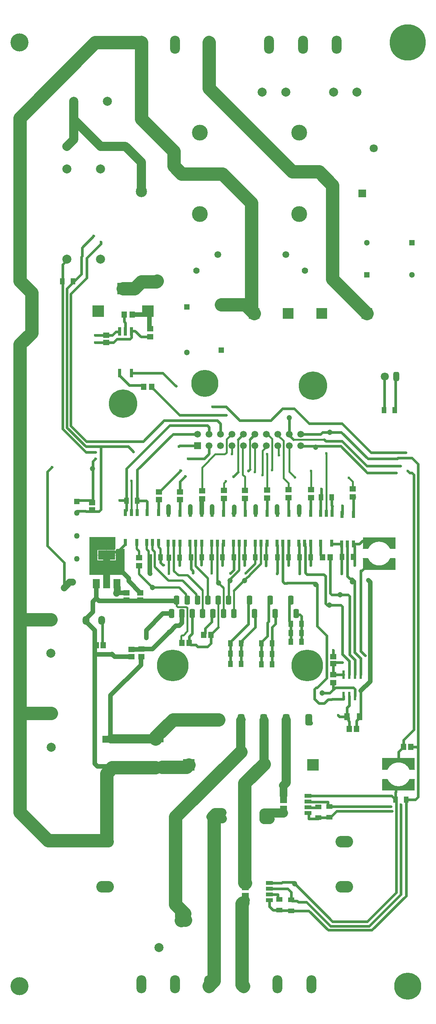
<source format=gtl>
G04*
G04 #@! TF.GenerationSoftware,Altium Limited,Altium Designer,20.0.13 (296)*
G04*
G04 Layer_Physical_Order=1*
G04 Layer_Color=255*
%FSLAX44Y44*%
%MOMM*%
G71*
G01*
G75*
%ADD13C,0.6000*%
%ADD15C,0.1500*%
%ADD17C,0.3000*%
%ADD27R,0.5580X1.9700*%
%ADD54C,1.2700*%
%ADD55R,1.2700X1.2700*%
%ADD66R,1.0000X1.4000*%
%ADD67R,7.0000X0.5000*%
%ADD68R,1.4000X1.0000*%
%ADD69C,1.2000*%
%ADD70R,1.3000X1.4000*%
%ADD71R,1.4000X1.3000*%
%ADD72R,1.3500X1.1500*%
%ADD73R,1.2000X1.6500*%
%ADD74R,3.6500X1.6000*%
%ADD75R,1.1500X1.3500*%
%ADD76R,0.8000X1.5000*%
%ADD77R,0.8000X1.9000*%
%ADD78R,1.6000X0.8500*%
%ADD79R,1.6000X1.2500*%
%ADD80R,1.6000X1.2000*%
%ADD81R,3.8000X2.0000*%
%ADD82R,1.5000X2.0000*%
%ADD83C,0.5000*%
%ADD84C,1.0000*%
%ADD85C,3.0000*%
%ADD86C,2.0000*%
%ADD87C,0.4000*%
%ADD88C,1.5000*%
%ADD89C,1.7000*%
%ADD90R,1.5000X1.5000*%
%ADD91C,1.5000*%
%ADD92C,2.0000*%
%ADD93C,1.8000*%
%ADD94R,1.8000X1.8000*%
%ADD95C,6.3000*%
%ADD96R,2.4000X2.4000*%
%ADD97R,2.5000X2.5000*%
%ADD98C,1.3000*%
%ADD99R,1.3000X1.3000*%
%ADD100O,2.2000X4.0000*%
%ADD101C,7.0000*%
G04:AMPARAMS|DCode=102|XSize=2.5mm|YSize=1.5mm|CornerRadius=0.375mm|HoleSize=0mm|Usage=FLASHONLY|Rotation=270.000|XOffset=0mm|YOffset=0mm|HoleType=Round|Shape=RoundedRectangle|*
%AMROUNDEDRECTD102*
21,1,2.5000,0.7500,0,0,270.0*
21,1,1.7500,1.5000,0,0,270.0*
1,1,0.7500,-0.3750,-0.8750*
1,1,0.7500,-0.3750,0.8750*
1,1,0.7500,0.3750,0.8750*
1,1,0.7500,0.3750,-0.8750*
%
%ADD102ROUNDEDRECTD102*%
G04:AMPARAMS|DCode=103|XSize=2mm|YSize=1.2mm|CornerRadius=0.3mm|HoleSize=0mm|Usage=FLASHONLY|Rotation=270.000|XOffset=0mm|YOffset=0mm|HoleType=Round|Shape=RoundedRectangle|*
%AMROUNDEDRECTD103*
21,1,2.0000,0.6000,0,0,270.0*
21,1,1.4000,1.2000,0,0,270.0*
1,1,0.6000,-0.3000,-0.7000*
1,1,0.6000,-0.3000,0.7000*
1,1,0.6000,0.3000,0.7000*
1,1,0.6000,0.3000,-0.7000*
%
%ADD103ROUNDEDRECTD103*%
%ADD104R,1.3000X1.3000*%
%ADD105C,1.4250*%
%ADD106C,3.5000*%
G04:AMPARAMS|DCode=107|XSize=2mm|YSize=1.3mm|CornerRadius=0.325mm|HoleSize=0mm|Usage=FLASHONLY|Rotation=270.000|XOffset=0mm|YOffset=0mm|HoleType=Round|Shape=RoundedRectangle|*
%AMROUNDEDRECTD107*
21,1,2.0000,0.6500,0,0,270.0*
21,1,1.3500,1.3000,0,0,270.0*
1,1,0.6500,-0.3250,-0.6750*
1,1,0.6500,-0.3250,0.6750*
1,1,0.6500,0.3250,0.6750*
1,1,0.6500,0.3250,-0.6750*
%
%ADD107ROUNDEDRECTD107*%
%ADD108O,3.9000X2.6000*%
%ADD109C,6.0000*%
%ADD110C,8.0000*%
%ADD111C,4.0000*%
%ADD112O,1.5000X2.0000*%
%ADD113C,2.5000*%
%ADD114C,0.6000*%
%ADD115C,1.0000*%
G36*
X763000Y979000D02*
X752000D01*
X751000Y982000D01*
X748000Y985000D01*
X747000Y987000D01*
X744000Y989000D01*
X741000Y991000D01*
X737000Y993000D01*
X734000Y994000D01*
X730000Y995000D01*
X724000D01*
X720000Y994000D01*
X717000Y993000D01*
X713000Y991000D01*
X710000Y989000D01*
X707000Y987000D01*
X706000Y985000D01*
X703000Y982000D01*
X702000Y979000D01*
X691000D01*
Y1004000D01*
X763000D01*
Y979000D01*
D02*
G37*
G36*
Y932000D02*
X691000D01*
Y957000D01*
X702000D01*
X703000Y954000D01*
X706000Y951000D01*
X707000Y949000D01*
X710000Y947000D01*
X713000Y945000D01*
X717000Y943000D01*
X720000Y942000D01*
X724000Y941000D01*
X730000D01*
X734000Y942000D01*
X737000Y943000D01*
X741000Y945000D01*
X744000Y947000D01*
X747000Y949000D01*
X748000Y951000D01*
X751000Y954000D01*
X752000Y957000D01*
X763000D01*
Y932000D01*
D02*
G37*
G36*
X143000Y980103D02*
X143000Y978770D01*
X143000Y978000D01*
X141141Y975770D01*
X140270Y975770D01*
X123635D01*
Y965135D01*
X143270D01*
Y973667D01*
X143270Y975000D01*
X143270Y975770D01*
X145129Y978000D01*
X146000Y978000D01*
X163000D01*
Y949000D01*
Y921000D01*
X85000D01*
Y1005000D01*
X143000D01*
X143000Y980103D01*
D02*
G37*
G36*
X806000Y490000D02*
X795000D01*
X794000Y493000D01*
X791000Y496000D01*
X790000Y498000D01*
X787000Y500000D01*
X784000Y502000D01*
X780000Y504000D01*
X777000Y505000D01*
X773000Y506000D01*
X767000D01*
X763000Y505000D01*
X760000Y504000D01*
X756000Y502000D01*
X753000Y500000D01*
X750000Y498000D01*
X749000Y496000D01*
X746000Y493000D01*
X745000Y490000D01*
X734000D01*
Y515000D01*
X806000D01*
Y490000D01*
D02*
G37*
G36*
Y443000D02*
X734000D01*
Y468000D01*
X745000D01*
X746000Y465000D01*
X749000Y462000D01*
X750000Y460000D01*
X753000Y458000D01*
X756000Y456000D01*
X760000Y454000D01*
X763000Y453000D01*
X767000Y452000D01*
X773000D01*
X777000Y453000D01*
X780000Y454000D01*
X784000Y456000D01*
X787000Y458000D01*
X790000Y460000D01*
X791000Y462000D01*
X794000Y465000D01*
X795000Y468000D01*
X806000D01*
Y443000D01*
D02*
G37*
%LPC*%
G36*
X122365Y975770D02*
X102730D01*
Y965135D01*
X122365D01*
Y975770D01*
D02*
G37*
G36*
X143270Y963865D02*
X123635D01*
Y953230D01*
X143270D01*
Y963865D01*
D02*
G37*
G36*
X122365D02*
X102730D01*
Y953230D01*
X122365D01*
Y963865D01*
D02*
G37*
%LPD*%
D13*
X528500Y903000D02*
G03*
X523201Y902544I0J-31000D01*
G01*
X44000Y1543000D02*
X79500Y1578500D01*
X44000Y1251250D02*
Y1543000D01*
X79500Y1578500D02*
Y1622500D01*
X762000Y1286000D02*
X763500Y1287500D01*
Y1358500D01*
X765000Y1360000D01*
X738000Y1286000D02*
X739000Y1287000D01*
Y1359000D01*
X740000Y1360000D01*
X673350Y652378D02*
Y667485D01*
X669835Y671000D02*
X673350Y667485D01*
X630000Y671000D02*
X669835D01*
X781000Y555000D02*
X804000Y578000D01*
X781000Y539500D02*
Y555000D01*
X804000Y578000D02*
Y1142485D01*
X401000Y1206800D02*
X401300Y1207100D01*
X645000Y1217000D02*
X700000Y1162000D01*
X774000D01*
X618000Y1237000D02*
X643000D01*
X601818D02*
X618000D01*
X787000Y210000D02*
Y423000D01*
X466000Y722500D02*
Y745500D01*
Y769500D02*
X466000Y769500D01*
X466000Y745500D02*
Y769500D01*
X572000Y1256000D02*
X645000D01*
X709000Y1192000D02*
X786000D01*
X645000Y1256000D02*
X709000Y1192000D01*
X487000Y1263000D02*
X513000Y1289000D01*
X539000D02*
X572000Y1256000D01*
X513000Y1289000D02*
X539000D01*
X388000Y1293000D02*
X418000Y1263000D01*
X358000Y1293000D02*
X388000D01*
X418000Y1263000D02*
X487000D01*
X790000Y1151000D02*
X794257Y1146743D01*
X799743D01*
X804000Y1142485D01*
X770000Y510500D02*
Y528500D01*
X781000Y539500D01*
X354000Y769000D02*
Y788000D01*
X347000Y762000D02*
X354000Y769000D01*
X325000Y762000D02*
X347000D01*
X306000Y769500D02*
Y770000D01*
Y769500D02*
X309500Y766000D01*
X321000D01*
X325000Y762000D01*
X775000Y213000D02*
Y412000D01*
X705000Y143000D02*
X775000Y213000D01*
X763000Y425000D02*
Y439000D01*
Y423000D02*
Y425000D01*
X761000Y427000D02*
X763000Y425000D01*
X759000Y427000D02*
X761000D01*
X754522Y431478D02*
X759000Y427000D01*
X569000Y431478D02*
X754522D01*
X743500Y447500D02*
X764485D01*
X743000Y447000D02*
X743500Y447500D01*
X633000Y398000D02*
X756000D01*
X619000Y384000D02*
X633000Y398000D01*
X765000Y217000D02*
Y421000D01*
X701000Y153000D02*
X765000Y217000D01*
X763000Y423000D02*
X765000Y421000D01*
X617000Y384000D02*
X619000D01*
X130000Y971500D02*
X147500D01*
X123000Y964500D02*
X130000Y971500D01*
X165000Y989000D02*
Y992500D01*
X147500Y971500D02*
X165000Y989000D01*
X622000Y1074500D02*
Y1093000D01*
Y1074500D02*
X623250Y1073250D01*
X597500Y1092500D02*
X598000Y1093000D01*
X597500Y1058000D02*
Y1092500D01*
X597000Y1057500D02*
X597500Y1058000D01*
X598000Y1093000D02*
X599000Y1094000D01*
Y1111000D01*
X166000Y1086000D02*
X167000Y1085000D01*
X152000Y1086000D02*
X166000D01*
X114222Y766778D02*
X116000Y765000D01*
X114222Y766778D02*
Y818278D01*
X112500Y820000D02*
X114222Y818278D01*
X306000Y770000D02*
Y784000D01*
X313000Y791000D02*
Y835000D01*
X306000Y784000D02*
X313000Y791000D01*
X354000Y788000D02*
Y788500D01*
X370500Y805000D01*
X356000Y832000D02*
X359000Y835000D01*
X356000Y817000D02*
Y832000D01*
X338000Y788000D02*
X341500Y791500D01*
Y802500D01*
X356000Y817000D01*
X528150Y1230215D02*
Y1268850D01*
X528000Y1269000D02*
X528150Y1268850D01*
X284750Y1275000D02*
X388000D01*
X414489Y1220289D02*
X426700Y1232500D01*
X404000Y1138000D02*
X414489Y1148489D01*
X286000Y1104750D02*
Y1127000D01*
X298000Y1139000D01*
X240000Y1104750D02*
X287125Y1151875D01*
X437000Y1151000D02*
X440330Y1154330D01*
Y1220730D02*
X452100Y1232500D01*
X239000Y1104750D02*
X240000D01*
X566000Y196000D02*
X619000Y143000D01*
X548000Y196000D02*
X566000D01*
X619000Y143000D02*
X705000D01*
X532000Y177000D02*
X571000D01*
X614000Y134000D02*
X711000D01*
X571000Y177000D02*
X614000Y134000D01*
X537000Y240000D02*
X624000Y153000D01*
X701000D01*
X512593Y240000D02*
X537000D01*
X711000Y134000D02*
X787000Y210000D01*
X553700Y1207100D02*
X554800Y1206000D01*
X642000D01*
X701000Y1147000D02*
X765000D01*
X642000Y1206000D02*
X701000Y1147000D01*
X617000Y408000D02*
X753000D01*
X615485D02*
X617000D01*
X613485Y410000D02*
X615485Y408000D01*
X613485Y410000D02*
Y418000D01*
X571515Y381000D02*
X592000D01*
Y383000D02*
X592500Y383500D01*
X616500D01*
X617000Y384000D01*
X506000Y178000D02*
X506500Y177500D01*
X531500D01*
X532000Y177000D01*
X492000Y178000D02*
X506000D01*
X484000Y186000D02*
X492000Y178000D01*
X484000Y186000D02*
Y199950D01*
Y212650D02*
X502485D01*
X504485Y202000D02*
X506000D01*
X502485Y204000D02*
X504485Y202000D01*
X502485Y204000D02*
Y212650D01*
X605270Y1220730D02*
X609000Y1217000D01*
X645000D01*
X528150Y1230215D02*
X537635Y1220730D01*
X532000Y201000D02*
X534000Y199000D01*
X545000D01*
X548000Y196000D01*
X532000Y201000D02*
Y218000D01*
X524650Y225350D02*
X532000Y218000D01*
X484000Y225350D02*
X524650D01*
X484000Y238050D02*
X510643D01*
X512593Y240000D01*
X553700Y1232500D02*
X597318D01*
X601818Y1237000D01*
X701993Y1178007D02*
X736243D01*
X643000Y1237000D02*
X701993Y1178007D01*
X799485Y1179515D02*
X813000Y1166000D01*
X736243Y1178007D02*
X767110D01*
X768618Y1179515D01*
X799485D01*
X813000Y536485D02*
Y1166000D01*
Y429000D02*
Y536485D01*
X797000Y540000D02*
X809485D01*
X813000Y536485D01*
X807000Y423000D02*
X813000Y429000D01*
X787000Y423000D02*
X807000D01*
X763000Y439000D02*
X763985Y439985D01*
Y447000D01*
X764485Y447500D01*
X770000D01*
X639000Y607000D02*
X656000D01*
X636000Y610000D02*
X639000Y607000D01*
X660650Y631650D02*
Y652378D01*
X656000Y627000D02*
X660650Y631650D01*
X656000Y607000D02*
Y627000D01*
X685840Y652168D02*
X686050Y652378D01*
X685840Y608840D02*
Y652168D01*
X684000Y607000D02*
X685840Y608840D01*
X569000Y418778D02*
X569777Y418000D01*
X613485D01*
X569000Y393377D02*
X570265D01*
X571515Y392127D01*
Y381000D02*
Y392127D01*
X569000Y406077D02*
X569539Y405539D01*
X591461D01*
X592000Y405000D01*
X222750Y1336000D02*
Y1337000D01*
Y1336000D02*
X225500Y1333250D01*
X226500D01*
X284750Y1275000D01*
X205250Y1337000D02*
Y1338000D01*
X202500Y1340750D02*
X205250Y1338000D01*
X201500Y1340750D02*
X202500D01*
X201250Y1341000D02*
X201500Y1340750D01*
X173500Y1341000D02*
X201250D01*
X152000Y1362500D02*
Y1368000D01*
Y1362500D02*
X173500Y1341000D01*
X275000Y1341000D02*
Y1341000D01*
Y1341000D02*
X277000Y1339000D01*
X248000Y1368000D02*
X275000Y1341000D01*
X178000Y1368000D02*
X248000D01*
X25750Y1244500D02*
Y1608735D01*
Y1244500D02*
X77750Y1192500D01*
X35000Y1617985D02*
Y1620000D01*
X25750Y1608735D02*
X35000Y1617985D01*
X162000Y1496750D02*
X162250Y1497000D01*
X162000Y1481750D02*
Y1496750D01*
X165000Y1460000D02*
Y1478750D01*
X162000Y1481750D02*
X165000Y1478750D01*
X178000Y1460000D02*
X179000Y1461000D01*
X186250D01*
X199000Y1448250D01*
X220000D01*
X44000Y1251250D02*
X78750Y1216500D01*
X35500Y1246750D02*
Y1555250D01*
Y1246750D02*
X77250Y1205000D01*
X35500Y1555250D02*
X67500Y1587250D01*
X97750Y1451750D02*
X122250D01*
X122250Y1451750D01*
X98000Y1435500D02*
X122000D01*
X122250Y1435750D01*
X110750Y1065500D02*
Y1205000D01*
X67500Y1625281D02*
X68805Y1626586D01*
X67500Y1587250D02*
Y1625281D01*
X79500Y1622500D02*
X110750Y1653750D01*
X93000Y1087000D02*
Y1172250D01*
X57500Y1085852D02*
X91852D01*
X77300Y1061000D02*
X106250D01*
X57500Y1061850D02*
X76450D01*
X77750Y1192500D02*
X98250D01*
X-8250Y1149500D02*
X1750Y1159500D01*
X68805Y1626586D02*
Y1645805D01*
X94500Y1671500D01*
X78750Y1216500D02*
X204500D01*
X77250Y1205000D02*
X110750D01*
X29000Y892000D02*
Y948187D01*
X-8250Y985437D02*
X29000Y948187D01*
X-8250Y985437D02*
Y1149500D01*
X122250Y1435750D02*
X138250D01*
X178000Y1446765D02*
Y1460000D01*
X174485Y1443250D02*
X178000Y1446765D01*
X145750Y1443250D02*
X174485D01*
X138250Y1435750D02*
X145750Y1443250D01*
X151500Y1459500D02*
X152000Y1460000D01*
X143500Y1459500D02*
X151500D01*
X122250Y1451750D02*
X135750D01*
X143500Y1459500D01*
X670000Y1055000D02*
Y1090500D01*
X672750Y1093250D01*
X673000D01*
X575000Y1057500D02*
X575500Y1058000D01*
Y1091750D01*
X576000Y1092250D01*
X526358Y1057858D02*
X526717Y1057500D01*
X526358Y1057858D02*
Y1091892D01*
X526000Y1092250D02*
X526358Y1091892D01*
X478444Y1057500D02*
X478722Y1057778D01*
Y1090972D01*
X479000Y1091250D01*
X430085Y1057586D02*
X430171Y1057500D01*
X430085Y1057586D02*
Y1090164D01*
X430000Y1090250D02*
X430085Y1090164D01*
X381898Y1057500D02*
X382449Y1058051D01*
Y1089699D01*
X383000Y1090250D01*
X212750Y1083750D02*
X213000Y1083500D01*
X211500Y1085000D02*
X212750Y1083750D01*
X213000Y1058500D02*
Y1083500D01*
X623000Y1057500D02*
Y1073000D01*
X623250Y1073250D01*
X645000Y1055000D02*
X645250Y1055250D01*
Y1074250D01*
X191000Y1085000D02*
X211500D01*
X285353Y1057500D02*
X285676Y1057824D01*
Y1086926D01*
X286000Y1087250D01*
X238000Y1058500D02*
X238500Y1059000D01*
Y1086750D01*
X239000Y1087250D01*
X110750Y1205000D02*
X171250D01*
X76450Y1061850D02*
X77300Y1061000D01*
X106250D02*
X110750Y1065500D01*
X91852Y1085852D02*
X93000Y1087000D01*
Y1172250D02*
X99000Y1178250D01*
X303750Y1178500D02*
X340000D01*
X167000Y1156000D02*
X262500Y1251500D01*
X167000Y1085000D02*
Y1156000D01*
X191000Y1085000D02*
Y1153250D01*
X270250Y1232500D01*
X167000Y1064000D02*
Y1085000D01*
X350500Y1189000D02*
Y1207100D01*
X340000Y1178500D02*
X350500Y1189000D01*
X110750Y1653750D02*
Y1658250D01*
X171250Y1205000D02*
X182500Y1193750D01*
X250500Y1262500D02*
X369000D01*
X204500Y1216500D02*
X250500Y1262500D01*
X375900Y1232500D02*
Y1255600D01*
X369000Y1262500D02*
X375900Y1255600D01*
X262500Y1251500D02*
X346985D01*
X350500Y1232500D02*
Y1247985D01*
X346985Y1251500D02*
X350500Y1247985D01*
X285100Y1207100D02*
X325100D01*
X283250Y1205250D02*
X285100Y1207100D01*
X270250Y1232500D02*
X325100D01*
X165000Y1062000D02*
X167000Y1064000D01*
X165000Y1058500D02*
Y1062000D01*
X526000Y960000D02*
X526250Y959750D01*
Y942000D02*
Y959750D01*
X476250D02*
X476500Y960000D01*
X476250Y941250D02*
Y959750D01*
X429000Y960000D02*
X429250Y959750D01*
Y942000D02*
Y959750D01*
X379500Y959500D02*
X380000Y960000D01*
X379500Y942000D02*
Y959500D01*
X333500Y959874D02*
X333813Y960187D01*
X333500Y942750D02*
Y959874D01*
X285000Y942000D02*
Y959000D01*
X247783Y943000D02*
X249250D01*
X242500Y960000D02*
X243006Y959494D01*
Y947778D02*
Y959494D01*
Y947778D02*
X247783Y943000D01*
X575000Y941750D02*
Y960000D01*
Y941750D02*
X575000Y941750D01*
X551000Y923750D02*
Y960000D01*
X550500Y923250D02*
X551000Y923750D01*
X502000Y924750D02*
Y960000D01*
X500750Y923500D02*
X502000Y924750D01*
X405000Y932000D02*
Y960000D01*
X397500Y924500D02*
X405000Y932000D01*
X310000Y934250D02*
Y960000D01*
X314750Y924750D02*
Y929500D01*
X310000Y934250D02*
X314750Y929500D01*
X644000Y923500D02*
Y989000D01*
X622000Y990000D02*
Y991500D01*
Y990000D02*
X623000Y989000D01*
X644000D01*
X597000Y965250D02*
Y991500D01*
Y965250D02*
X601250Y961000D01*
Y960000D02*
Y961000D01*
X575000Y960000D02*
Y991500D01*
Y960000D02*
X575000Y960000D01*
X550000Y961000D02*
Y990500D01*
X549000Y991500D02*
X550000Y990500D01*
Y961000D02*
X551000Y960000D01*
X562000Y991500D02*
X563000Y990500D01*
Y984235D02*
Y990500D01*
Y984235D02*
X563750Y983485D01*
Y925515D02*
Y983485D01*
Y925515D02*
X567265Y922000D01*
X604485D01*
X617000Y854000D02*
X642485D01*
X611515D02*
X617000D01*
X622265Y877000D02*
X658485D01*
X618750Y880515D02*
Y960000D01*
Y880515D02*
X622265Y877000D01*
X658485D02*
X662000Y873485D01*
Y744000D02*
Y873485D01*
X608000Y857515D02*
Y918485D01*
X646000Y745000D02*
Y850485D01*
X608000Y857515D02*
X611515Y854000D01*
X642485D02*
X646000Y850485D01*
X590000Y807000D02*
Y899485D01*
X534500Y903000D02*
X586485D01*
X590000Y899485D01*
X513717Y906059D02*
Y991500D01*
X517231Y902544D02*
X523201D01*
X513717Y906059D02*
X517231Y902544D01*
X590000Y807000D02*
X611000Y786000D01*
X528500Y903000D02*
X534500D01*
X604485Y922000D02*
X608000Y918485D01*
X646000Y745000D02*
X660650Y730350D01*
Y699622D02*
Y730350D01*
X662000Y744000D02*
X673350Y732650D01*
Y699622D02*
Y732650D01*
X662515Y912000D02*
X668000D01*
X657000Y917515D02*
Y989000D01*
Y917515D02*
X662515Y912000D01*
X668000D02*
X673000Y907000D01*
Y749000D02*
Y907000D01*
X686050Y699622D02*
Y735950D01*
X673000Y749000D02*
X686050Y735950D01*
X625000Y724000D02*
X628000Y727000D01*
X646000D01*
X686515Y930000D02*
X689000D01*
X686515Y751485D02*
X696000Y742000D01*
X686515Y751485D02*
Y930000D01*
X695500Y936500D02*
X727000D01*
X689000Y930000D02*
X695500Y936500D01*
X669000Y988000D02*
X673000Y984000D01*
Y942000D02*
Y984000D01*
X710500Y999500D02*
X727000D01*
X707000Y996000D02*
X710500Y999500D01*
X670000Y989000D02*
X683250D01*
X690250Y996000D01*
X707000D01*
X526000Y960000D02*
Y990783D01*
X502000Y960000D02*
Y986717D01*
X500717Y988000D02*
X502000Y986717D01*
X500717Y988000D02*
Y991500D01*
X590000Y671000D02*
X611000Y692000D01*
Y786000D01*
X584000Y646000D02*
Y667485D01*
X587515Y671000D01*
X590000D01*
X594000Y636000D02*
X605000D01*
X584000Y646000D02*
X594000Y636000D01*
X605000D02*
X614000Y645000D01*
X622000D01*
X647950Y645738D02*
Y652378D01*
X647740Y645528D02*
X647950Y645738D01*
X622528Y645528D02*
X647740D01*
X622000Y645000D02*
X622528Y645528D01*
X677000Y580000D02*
Y597750D01*
X684000Y604750D01*
Y607000D01*
X656000D02*
X659000Y604000D01*
Y598000D02*
Y604000D01*
Y598000D02*
X661000Y596000D01*
Y580000D02*
Y596000D01*
X625000Y740000D02*
Y754000D01*
Y699750D02*
Y724000D01*
X601000Y659000D02*
X618000D01*
X625498Y666498D01*
X630000Y671000D01*
X625498Y666498D02*
Y681752D01*
X686050Y652378D02*
Y664050D01*
X625000Y699750D02*
X647740D01*
Y700000D01*
X625000Y682250D02*
X625498Y681752D01*
X647950Y699622D02*
Y699790D01*
X647740Y700000D02*
X647950Y699790D01*
X669000Y988000D02*
X670000Y989000D01*
X437000Y812000D02*
Y862500D01*
X399500Y774500D02*
X437000Y812000D01*
Y862500D02*
X439500Y865000D01*
X399500Y771500D02*
Y774500D01*
X397500Y769500D02*
X399500Y771500D01*
X397500Y746500D02*
Y769500D01*
X421500Y746500D02*
Y769500D01*
X423500Y771500D02*
Y776000D01*
X421500Y723500D02*
Y746500D01*
X452500Y805000D02*
Y833500D01*
X423500Y776000D02*
X452500Y805000D01*
X421500Y769500D02*
X423500Y771500D01*
X482500Y817500D02*
Y862000D01*
X480000Y815000D02*
X482500Y817500D01*
Y862000D02*
X485500Y865000D01*
X466000Y771500D02*
X480000Y785500D01*
Y815000D01*
X397500Y723500D02*
Y746500D01*
X451000Y835000D02*
X452500Y833500D01*
X466000Y769500D02*
Y771500D01*
X497000Y835000D02*
X497500Y834500D01*
Y812500D02*
Y834500D01*
X490000Y769500D02*
Y805000D01*
X497500Y812500D01*
X490000Y745500D02*
Y769500D01*
Y722500D02*
Y745500D01*
Y769500D02*
X490000Y769500D01*
X527500Y818000D02*
X531000Y814500D01*
Y792500D02*
Y814500D01*
X527500Y818000D02*
Y857000D01*
X531500Y861000D01*
Y865000D01*
X531000Y772500D02*
Y792500D01*
X555000Y812500D02*
Y828985D01*
X543000Y835000D02*
X545500Y832500D01*
X551485D01*
X555000Y828985D01*
Y792500D02*
Y812500D01*
Y772500D02*
Y792500D01*
D15*
X770000Y451687D02*
G03*
X795000Y468000I0J27313D01*
G01*
X745000D02*
G03*
X770000Y451687I25000J11000D01*
G01*
X795000Y490000D02*
G03*
X770000Y506313I-25000J-11000D01*
G01*
D02*
G03*
X745000Y490000I0J-27313D01*
G01*
X727000Y995313D02*
G03*
X702000Y979000I0J-27313D01*
G01*
X752000D02*
G03*
X727000Y995313I-25000J-11000D01*
G01*
X702000Y957000D02*
G03*
X727000Y940687I25000J11000D01*
G01*
D02*
G03*
X752000Y957000I0J27313D01*
G01*
X734500Y468000D02*
X745000D01*
X795000D02*
X805500D01*
X734500Y490000D02*
X745000D01*
X795000D02*
X805500D01*
X752000Y957000D02*
X762500D01*
X691500D02*
X702000D01*
X691500Y979000D02*
X702000D01*
X752000D02*
X762500D01*
D17*
X191000Y1058500D02*
Y1085000D01*
X191000Y1085000D02*
X191000Y1085000D01*
D27*
X647950Y652378D02*
D03*
X660650D02*
D03*
X673350D02*
D03*
X686050D02*
D03*
Y699622D02*
D03*
X673350D02*
D03*
X660650D02*
D03*
X647950D02*
D03*
D54*
X57500Y956150D02*
D03*
Y1006950D02*
D03*
Y1057750D02*
D03*
D55*
Y1083150D02*
D03*
D66*
X738000Y1286000D02*
D03*
X762000D02*
D03*
X25000Y1571000D02*
D03*
X49000D02*
D03*
X622000Y1093000D02*
D03*
X598000D02*
D03*
X787000Y423000D02*
D03*
X763000D02*
D03*
X645000Y961000D02*
D03*
X669000D02*
D03*
X531000Y812500D02*
D03*
X555000D02*
D03*
X531000Y792500D02*
D03*
X555000D02*
D03*
X531000Y772500D02*
D03*
X555000D02*
D03*
X466000Y769500D02*
D03*
X490000D02*
D03*
X466000Y745500D02*
D03*
X490000D02*
D03*
X466000Y722500D02*
D03*
X490000D02*
D03*
X397500Y769500D02*
D03*
X421500D02*
D03*
X397500Y746500D02*
D03*
X421500D02*
D03*
X397500Y723500D02*
D03*
X421500D02*
D03*
X526000Y960000D02*
D03*
X502000D02*
D03*
X242500D02*
D03*
X218500D02*
D03*
X285000Y959000D02*
D03*
X261000D02*
D03*
X310000Y960000D02*
D03*
X334000D02*
D03*
X551000Y960000D02*
D03*
X575000D02*
D03*
X380000Y960000D02*
D03*
X356000D02*
D03*
X429000D02*
D03*
X405000D02*
D03*
X191000Y1085000D02*
D03*
X167000D02*
D03*
X452500Y960000D02*
D03*
X476500D02*
D03*
D67*
X770000Y510500D02*
D03*
Y447500D02*
D03*
X727000Y999500D02*
D03*
Y936500D02*
D03*
D68*
X532000Y177000D02*
D03*
Y201000D02*
D03*
X506000Y178000D02*
D03*
Y202000D02*
D03*
X592000Y383000D02*
D03*
Y407000D02*
D03*
X617000Y384000D02*
D03*
Y408000D02*
D03*
D69*
X586000Y1204000D02*
D03*
X528000Y1269000D02*
D03*
X540000Y237000D02*
D03*
X92250Y1156500D02*
D03*
X29000Y892000D02*
D03*
X134250Y997750D02*
D03*
X618000Y1237000D02*
D03*
X429000Y908000D02*
D03*
X397000D02*
D03*
X371000Y903000D02*
D03*
X601000Y659000D02*
D03*
X135000Y745000D02*
D03*
X262000Y794000D02*
D03*
X225000Y892500D02*
D03*
X617000Y854000D02*
D03*
X586000Y900000D02*
D03*
X640375Y877000D02*
D03*
X668000Y906000D02*
D03*
D70*
X116000Y765000D02*
D03*
X100000D02*
D03*
X354000Y788000D02*
D03*
X338000D02*
D03*
X306000Y770000D02*
D03*
X290000D02*
D03*
X661000Y580000D02*
D03*
X677000D02*
D03*
X797000Y540000D02*
D03*
X781000D02*
D03*
D71*
X91000Y1081000D02*
D03*
Y1065000D02*
D03*
X625000Y724000D02*
D03*
Y740000D02*
D03*
X167000Y881000D02*
D03*
Y865000D02*
D03*
X198000Y881000D02*
D03*
Y865000D02*
D03*
X178000Y755500D02*
D03*
Y739500D02*
D03*
X122250Y1451750D02*
D03*
Y1435750D02*
D03*
D72*
X668250Y1093500D02*
D03*
Y1111000D02*
D03*
X239000Y1087250D02*
D03*
Y1104750D02*
D03*
X286000Y1087250D02*
D03*
Y1104750D02*
D03*
X335000Y1089250D02*
D03*
Y1106750D02*
D03*
X383000Y1090250D02*
D03*
Y1107750D02*
D03*
X430000Y1090250D02*
D03*
Y1107750D02*
D03*
X479000Y1091250D02*
D03*
Y1108750D02*
D03*
X576000Y1092250D02*
D03*
Y1109750D02*
D03*
X526000Y1092250D02*
D03*
Y1109750D02*
D03*
X625000Y699750D02*
D03*
Y682250D02*
D03*
X200500Y739250D02*
D03*
Y756750D02*
D03*
X195000Y941250D02*
D03*
Y958750D02*
D03*
X220000Y1465750D02*
D03*
Y1448250D02*
D03*
D73*
X656000Y607000D02*
D03*
X684000D02*
D03*
D74*
X232000Y557750D02*
D03*
Y494250D02*
D03*
X181998Y557751D02*
D03*
Y494251D02*
D03*
X132000Y557000D02*
D03*
Y493500D02*
D03*
D75*
X618750Y960000D02*
D03*
X601250D02*
D03*
X179750Y1497000D02*
D03*
X162250D02*
D03*
X205250Y1337000D02*
D03*
X222750D02*
D03*
D76*
X575000Y1057500D02*
D03*
X550000D02*
D03*
X549000Y991500D02*
D03*
X562000D02*
D03*
X575000D02*
D03*
X526717Y1057500D02*
D03*
X501717D02*
D03*
X500717Y991500D02*
D03*
X513717D02*
D03*
X526717D02*
D03*
X597000D02*
D03*
X622000D02*
D03*
X623000Y1057500D02*
D03*
X610000D02*
D03*
X597000D02*
D03*
X430171D02*
D03*
X405171D02*
D03*
X404171Y991500D02*
D03*
X417171D02*
D03*
X430171D02*
D03*
X238000Y1058500D02*
D03*
X213000D02*
D03*
X212000Y992500D02*
D03*
X225000D02*
D03*
X238000D02*
D03*
X285353Y1057500D02*
D03*
X260353D02*
D03*
X259353Y991500D02*
D03*
X272353D02*
D03*
X285353D02*
D03*
X333625Y1057500D02*
D03*
X308626D02*
D03*
X307626Y991500D02*
D03*
X320625D02*
D03*
X333625D02*
D03*
X381898Y1057500D02*
D03*
X356898D02*
D03*
X355898Y991500D02*
D03*
X368898D02*
D03*
X381898D02*
D03*
X478444Y1057500D02*
D03*
X453444D02*
D03*
X452444Y991500D02*
D03*
X465444D02*
D03*
X478444D02*
D03*
X165000Y992500D02*
D03*
X190000D02*
D03*
X191000Y1058500D02*
D03*
X178000D02*
D03*
X165000D02*
D03*
X670000Y1055000D02*
D03*
X645000D02*
D03*
X644000Y989000D02*
D03*
X657000D02*
D03*
X670000D02*
D03*
D77*
X152000Y1460000D02*
D03*
X165000D02*
D03*
X178000D02*
D03*
Y1368000D02*
D03*
X152000D02*
D03*
D78*
X484000Y199950D02*
D03*
Y212650D02*
D03*
Y225350D02*
D03*
Y238050D02*
D03*
X430330Y199950D02*
D03*
Y238050D02*
D03*
X569000Y393377D02*
D03*
Y406077D02*
D03*
Y418778D02*
D03*
Y431478D02*
D03*
X515330Y393377D02*
D03*
Y431478D02*
D03*
D79*
X430330Y210110D02*
D03*
X515330Y403537D02*
D03*
D80*
X430330Y227890D02*
D03*
X515330Y421317D02*
D03*
D81*
X123000Y964500D02*
D03*
D82*
X146000Y901500D02*
D03*
X123000D02*
D03*
X100000D02*
D03*
D83*
X261422Y923172D02*
Y958578D01*
X261000Y959000D02*
X261422Y958578D01*
X465444Y945444D02*
Y991500D01*
X440500Y920500D02*
X465444Y945444D01*
X368898Y905102D02*
Y991500D01*
X320625Y940375D02*
X347500Y913500D01*
Y865000D02*
Y913500D01*
X320625Y940375D02*
Y991500D01*
X260250Y908000D02*
X292000D01*
X230000Y938250D02*
Y972000D01*
Y938250D02*
X260250Y908000D01*
X452500Y945750D02*
Y960000D01*
X431000Y924250D02*
X452500Y945750D01*
X400500Y914500D02*
Y914606D01*
X404894Y919000D02*
X405000D01*
X400500Y914606D02*
X404894Y919000D01*
X394000Y908000D02*
X400500Y914500D01*
X405000Y919106D02*
X409394Y923500D01*
X405000Y919000D02*
Y919106D01*
X409394Y923500D02*
X409500D01*
X356000Y960000D02*
X356000Y960000D01*
Y924000D02*
Y960000D01*
X282000Y920000D02*
X303000D01*
X336000Y887000D01*
X322325Y867175D02*
X324500Y865000D01*
X322325Y867175D02*
Y877675D01*
X292000Y908000D02*
X322325Y877675D01*
X225500Y893000D02*
X284000D01*
X299325Y867175D02*
Y877675D01*
Y867175D02*
X301500Y865000D01*
X284000Y893000D02*
X299325Y877675D01*
X394000Y865500D02*
Y908000D01*
X409500Y923500D02*
X417171Y931171D01*
Y991500D01*
X436000Y915894D02*
Y916000D01*
X436106D02*
X440500Y920394D01*
X436000Y916000D02*
X436106D01*
X405000Y885000D02*
X431500Y911500D01*
X431606D01*
X440500Y920394D02*
Y920500D01*
X431606Y911500D02*
X436000Y915894D01*
X190000Y992500D02*
X190000Y992500D01*
X190000Y978000D02*
Y992500D01*
X195000Y958750D02*
Y973000D01*
X190000Y978000D02*
X195000Y973000D01*
Y922500D02*
X225000Y892500D01*
X195000Y922500D02*
Y941250D01*
X225000Y892500D02*
X225500Y893000D01*
X477472Y990528D02*
X478444Y991500D01*
X477472Y960972D02*
Y990528D01*
X476500Y960000D02*
X477472Y960972D01*
X452444Y991500D02*
X452472Y991472D01*
Y960028D02*
Y991472D01*
Y960028D02*
X452500Y960000D01*
X393500Y865000D02*
X394000Y865500D01*
X429585Y990915D02*
X430171Y991500D01*
X429585Y960586D02*
Y990915D01*
X429000Y960000D02*
X429585Y960586D01*
X404171Y991500D02*
X404585Y991086D01*
Y960415D02*
Y991086D01*
Y960415D02*
X405000Y960000D01*
X368898Y905102D02*
X382000Y892000D01*
X380949Y990551D02*
X381898Y991500D01*
X380949Y960949D02*
Y990551D01*
X380000Y960000D02*
X380949Y960949D01*
X355898Y991500D02*
X355949Y991449D01*
Y960051D02*
Y991449D01*
Y960051D02*
X356000Y960000D01*
X333625Y991500D02*
X333813Y991313D01*
Y960187D02*
Y991313D01*
X307626Y991500D02*
X308813Y990313D01*
Y961187D02*
Y990313D01*
Y961187D02*
X310000Y960000D01*
X272353Y929647D02*
Y991500D01*
Y929647D02*
X282000Y920000D01*
X285353Y991500D02*
X285926Y990926D01*
Y960574D02*
Y990926D01*
X259353Y965147D02*
Y991500D01*
Y965147D02*
X262500Y962000D01*
Y960000D02*
Y962000D01*
X225000Y977000D02*
Y992500D01*
Y977000D02*
X230000Y972000D01*
X238000Y983000D02*
Y992500D01*
Y983000D02*
X242500Y978500D01*
Y960000D02*
Y978500D01*
X216000Y962500D02*
X218500Y960000D01*
X216000Y962500D02*
Y973500D01*
X212000Y977500D02*
X216000Y973500D01*
X212000Y977500D02*
Y992500D01*
D84*
X218500Y924500D02*
Y960000D01*
Y924500D02*
X220000Y923000D01*
X198000Y863000D02*
X277500D01*
X167000D02*
X198000D01*
X97000Y765000D02*
Y798000D01*
X106000Y863000D02*
X167000D01*
X707000Y685000D02*
Y905000D01*
X219000Y1465750D02*
X220000D01*
X218250Y1466500D02*
X219000Y1465750D01*
X218250Y1466500D02*
Y1501750D01*
X215000Y1505000D02*
X218250Y1501750D01*
X179750Y1497000D02*
X207000D01*
X215000Y1505000D01*
X333625Y1057500D02*
Y1088500D01*
X334375Y1089250D01*
X335000D01*
X356750Y1057648D02*
X356898Y1057500D01*
X356750Y1057648D02*
Y1072000D01*
X405171Y1057500D02*
X405750Y1058079D01*
Y1071750D01*
X453250Y1057694D02*
X453444Y1057500D01*
X453250Y1057694D02*
Y1072000D01*
X501250Y1057967D02*
X501717Y1057500D01*
X501250Y1057967D02*
Y1072250D01*
X549750Y1057750D02*
X550000Y1057500D01*
X549750Y1057750D02*
Y1072250D01*
X308626Y1057500D02*
X308750Y1057625D01*
Y1072000D01*
X260353Y1057500D02*
X260500Y1057647D01*
Y1072250D01*
X703000Y909000D02*
X707000Y905000D01*
X686050Y664050D02*
X707000Y685000D01*
X146000Y881000D02*
X167000D01*
X172000Y907000D02*
X198000Y881000D01*
X131000Y929000D02*
X156000D01*
X123000Y937000D02*
X131000Y929000D01*
X156000D02*
X172000Y913000D01*
Y907000D02*
Y913000D01*
X573500Y592500D02*
X575750D01*
X571000Y595000D02*
X573500Y592500D01*
X571000Y595000D02*
Y600000D01*
X580000Y500000D02*
X586500Y506500D01*
X211000Y781000D02*
Y798000D01*
X248000Y835000D01*
X267000D01*
X276541Y808000D02*
X284142D01*
X290000Y813858D02*
Y835000D01*
X284142Y808000D02*
X290000Y813858D01*
X262000Y794000D02*
X262541D01*
X276541Y808000D01*
X200500Y756750D02*
X224750D01*
X262000Y794000D01*
X178000Y755500D02*
X198250D01*
X199500Y756750D01*
X200500D01*
X141041Y739500D02*
X178000D01*
X135541Y745000D02*
X141041Y739500D01*
X135000Y745000D02*
X135541D01*
X199750Y739250D02*
X200500D01*
X199000Y738500D02*
X199750Y739250D01*
X199000Y721000D02*
Y738500D01*
X290000Y835000D02*
X290000Y835000D01*
X97000Y746000D02*
Y765000D01*
Y502358D02*
Y746000D01*
X98000Y745000D02*
X135000D01*
X97000Y746000D02*
X98000Y745000D01*
X77500Y820000D02*
Y823853D01*
Y817500D02*
Y820000D01*
Y817500D02*
X97000Y798000D01*
X102858Y496500D02*
X129000D01*
X97000Y502358D02*
X102858Y496500D01*
X129000D02*
X132000Y493500D01*
Y557000D02*
Y654000D01*
X199000Y721000D01*
X77500Y823853D02*
X92599Y838952D01*
Y861599D01*
X100000Y869000D01*
X277500Y863000D02*
X278500Y864000D01*
X100000Y869000D02*
Y901500D01*
Y869000D02*
X106000Y863000D01*
D85*
X200000Y1570000D02*
X233000D01*
X235000Y1572000D01*
X444000Y1519000D02*
Y1745000D01*
X-43000Y1514000D02*
Y1546000D01*
Y1457000D02*
Y1514000D01*
X444000Y1506000D02*
Y1519000D01*
X-6000Y332000D02*
X123000D01*
X-69000Y1572000D02*
X-43000Y1546000D01*
X-69000Y1572000D02*
Y1933000D01*
Y1431000D02*
X-43000Y1457000D01*
X-69000Y826000D02*
Y1431000D01*
Y1933000D02*
X98000Y2100000D01*
X-65000Y822000D02*
X0D01*
X-69000Y617000D02*
Y826000D01*
X-65000Y822000D01*
X-69000Y395000D02*
Y617000D01*
X-66250Y614250D02*
X500D01*
X-69000Y617000D02*
X-66250Y614250D01*
X185000Y1555000D02*
X200000Y1570000D01*
X160000Y1555000D02*
X185000D01*
X429000Y239380D02*
X430330Y238050D01*
X429000Y459000D02*
X472000Y502000D01*
X429000Y239380D02*
Y459000D01*
X423000Y192620D02*
X425000Y194620D01*
X423000Y13273D02*
Y192620D01*
X123000Y332000D02*
Y480750D01*
X321000Y600000D02*
X371000D01*
X271000D02*
X321000D01*
X232000Y557750D02*
Y561500D01*
X270500Y600000D01*
X271000D01*
X181998Y494250D02*
X232000D01*
X135250D02*
X178748D01*
X123000Y480750D02*
X128750Y486500D01*
X423000Y13273D02*
X426273Y10000D01*
X350000D02*
Y11000D01*
X361000Y22000D01*
Y378000D01*
X276000Y191000D02*
X296000Y171000D01*
X289000Y165000D02*
Y171000D01*
Y165000D02*
X298000Y156000D01*
X276000Y385000D02*
X420000Y529000D01*
X276000Y191000D02*
Y385000D01*
X-69000Y395000D02*
X-6000Y332000D01*
X300000Y495000D02*
X305000Y500000D01*
X246000Y495000D02*
X300000D01*
X288707Y155730D02*
X289000Y156023D01*
X98000Y2100000D02*
X200000D01*
X444000Y1506000D02*
X450000Y1500000D01*
X431000Y1519000D02*
X444000Y1506000D01*
X200000Y1931000D02*
Y2100000D01*
X272000Y1826574D02*
Y1859000D01*
X200000Y1931000D02*
X272000Y1859000D01*
X289574Y1809000D02*
X380000D01*
X272000Y1826574D02*
X289574Y1809000D01*
X380000D02*
X444000Y1745000D01*
X377000Y1519000D02*
X431000D01*
X535000Y1814000D02*
X594000D01*
X350000Y1999000D02*
Y2100000D01*
Y1999000D02*
X535000Y1814000D01*
X594000D02*
X624000Y1784000D01*
Y1576000D02*
Y1784000D01*
Y1576000D02*
X700000Y1500000D01*
D86*
X181998Y557375D02*
X231625D01*
X132375D02*
X181998D01*
X361000Y381000D02*
X380000D01*
X354000Y385000D02*
X363000Y394000D01*
X483377Y393377D02*
X515330D01*
X483000Y393000D02*
X486000D01*
X472000Y379000D02*
X485000D01*
X472000D02*
Y393000D01*
X363000Y394000D02*
X379330D01*
X420000Y529000D02*
Y599000D01*
X421000Y600000D01*
X485000Y379000D02*
X486000Y380000D01*
X475330Y393000D02*
X483000D01*
X483377Y393377D01*
X521000Y460000D02*
Y600000D01*
X515000Y454000D02*
X521000Y460000D01*
X425000Y194620D02*
X430330Y199950D01*
X472000Y502000D02*
Y599000D01*
X165000Y1870000D02*
X200000Y1835000D01*
Y1770000D02*
Y1835000D01*
X50000Y1885000D02*
Y1930000D01*
X35000Y1870000D02*
X50000Y1885000D01*
Y1930000D02*
X110000Y1870000D01*
X50000Y1930000D02*
Y1970000D01*
X110000Y1870000D02*
X165000D01*
D87*
X479000Y1108750D02*
Y1188000D01*
X401000D02*
Y1206800D01*
X278500Y864000D02*
Y865000D01*
Y852343D02*
Y864000D01*
X290343Y787000D02*
X293000D01*
X288465Y771535D02*
X290000Y770000D01*
X288465Y771535D02*
Y785121D01*
X290343Y787000D01*
X293000D02*
X302000Y796000D01*
X280843Y850000D02*
X299657D01*
X302000Y847657D01*
Y796000D02*
Y847657D01*
X278500Y852343D02*
X280843Y850000D01*
X370500Y805000D02*
Y865000D01*
X668250Y1111000D02*
Y1127750D01*
X660000Y1136000D02*
X668250Y1127750D01*
X528300Y1149700D02*
Y1207100D01*
Y1149700D02*
X541000Y1137000D01*
X526000Y1109750D02*
Y1124000D01*
X515000Y1135000D02*
Y1218000D01*
Y1135000D02*
X526000Y1124000D01*
X502900Y1230100D02*
Y1232500D01*
Y1230100D02*
X515000Y1218000D01*
X610000Y1057500D02*
Y1190000D01*
X610000Y1190000D01*
X502900Y1207100D02*
X504617Y1205383D01*
Y1186383D02*
Y1205383D01*
Y1186383D02*
X505000Y1186000D01*
X576000Y1109750D02*
Y1151000D01*
X490000Y1153000D02*
Y1222092D01*
X477500Y1232500D02*
X479592D01*
X490000Y1222092D01*
X477500Y1204243D02*
Y1207100D01*
X469000Y1195743D02*
X477500Y1204243D01*
X469000Y1142000D02*
Y1195743D01*
X178000Y1058500D02*
Y1129000D01*
X178000Y1129000D02*
X178000Y1129000D01*
X425000Y1205400D02*
X426700Y1207100D01*
X425000Y1143000D02*
Y1205400D01*
X430000Y1107750D02*
Y1138000D01*
X425000Y1143000D02*
X430000Y1138000D01*
X452100Y1148443D02*
Y1207100D01*
X383000Y1124000D02*
X387000Y1128000D01*
X383000Y1107750D02*
Y1124000D01*
X400500Y1232500D02*
X401300D01*
X389000Y1221000D02*
X400500Y1232500D01*
X385000Y1188000D02*
X389000Y1192000D01*
Y1221000D01*
X364000Y1188000D02*
X385000D01*
X335000Y1159000D02*
X364000Y1188000D01*
X335000Y1106750D02*
Y1159000D01*
X414489Y1148489D02*
Y1220289D01*
X440330Y1154330D02*
Y1220730D01*
X537635D02*
X605270D01*
X336000Y835000D02*
Y887000D01*
X405000Y835000D02*
Y885000D01*
X382000Y835000D02*
Y892000D01*
D88*
X29000Y892000D02*
X41500Y904500D01*
X47500D01*
X146000Y881000D02*
X146590Y881590D01*
X145000Y880000D02*
X146000Y881000D01*
X123000Y937000D02*
Y964500D01*
Y901500D02*
Y937000D01*
X146000Y894607D02*
Y901500D01*
Y894607D02*
X146590Y894016D01*
Y881590D02*
Y894016D01*
D89*
X515000Y431808D02*
Y454000D01*
D90*
X325100Y1207100D02*
D03*
D91*
X350500D02*
D03*
X375900D02*
D03*
X401300D02*
D03*
X426700D02*
D03*
X452100D02*
D03*
X477500D02*
D03*
X502900D02*
D03*
X528300D02*
D03*
X553700D02*
D03*
Y1232500D02*
D03*
X528300D02*
D03*
X502900D02*
D03*
X477500D02*
D03*
X452100D02*
D03*
X426700D02*
D03*
X401300D02*
D03*
X375900D02*
D03*
X350500D02*
D03*
X325100D02*
D03*
X520000Y1630000D02*
D03*
X370000D02*
D03*
D92*
X239000Y95000D02*
D03*
X235000Y1572000D02*
D03*
X110000Y1820000D02*
D03*
Y1870000D02*
D03*
X35000D02*
D03*
Y1820000D02*
D03*
Y1620000D02*
D03*
X110000D02*
D03*
X500Y539250D02*
D03*
Y614250D02*
D03*
X0Y747000D02*
D03*
Y822000D02*
D03*
X468000Y1990000D02*
D03*
X520000D02*
D03*
X678000D02*
D03*
X626000D02*
D03*
X125000Y1970000D02*
D03*
X50000D02*
D03*
D93*
X715000Y1866000D02*
D03*
X740000Y1360000D02*
D03*
D94*
X690000Y1766000D02*
D03*
D95*
X580000Y1340000D02*
D03*
X160000Y1300000D02*
D03*
D96*
X700000Y1500000D02*
D03*
X600000D02*
D03*
X525000D02*
D03*
X450000D02*
D03*
D97*
X105000Y1505000D02*
D03*
X160000Y1555000D02*
D03*
X215000Y1505000D02*
D03*
X305000Y500000D02*
D03*
X580000D02*
D03*
D98*
X301000Y1414000D02*
D03*
X800000Y1585205D02*
D03*
X700000Y1656978D02*
D03*
X377000Y1519000D02*
D03*
D99*
X301000Y1514000D02*
D03*
X377000Y1419000D02*
D03*
D100*
X633000Y2095000D02*
D03*
X558000D02*
D03*
X483000D02*
D03*
X350000D02*
D03*
X275000D02*
D03*
X200000D02*
D03*
X350000Y14000D02*
D03*
X275000D02*
D03*
X200000D02*
D03*
X577000D02*
D03*
X502000D02*
D03*
X427000D02*
D03*
D101*
X270000Y720000D02*
D03*
X568000D02*
D03*
D102*
X571000Y600000D02*
D03*
X521000D02*
D03*
X471000D02*
D03*
X421000D02*
D03*
X371000D02*
D03*
X321000D02*
D03*
X271000D02*
D03*
D103*
X267000Y835000D02*
D03*
X278500Y865000D02*
D03*
X290000Y835000D02*
D03*
X301500Y865000D02*
D03*
X313000Y835000D02*
D03*
X324500Y865000D02*
D03*
X336000Y835000D02*
D03*
X347500Y865000D02*
D03*
X359000Y835000D02*
D03*
X370500Y865000D02*
D03*
X382000Y835000D02*
D03*
X393500Y865000D02*
D03*
X405000Y835000D02*
D03*
X439500Y865000D02*
D03*
X451000Y835000D02*
D03*
X485500Y865000D02*
D03*
X497000Y835000D02*
D03*
X531500Y865000D02*
D03*
X543000Y835000D02*
D03*
D104*
X700000Y1585205D02*
D03*
X800000Y1656978D02*
D03*
D105*
X322500Y1595000D02*
D03*
X562500D02*
D03*
D106*
X550000Y1720000D02*
D03*
X330000D02*
D03*
X550000Y1900000D02*
D03*
X330000D02*
D03*
D107*
X765000Y1360000D02*
D03*
D108*
X650000Y230000D02*
D03*
Y330000D02*
D03*
X120000Y230000D02*
D03*
Y330000D02*
D03*
D109*
X790000Y10000D02*
D03*
X341000Y1345000D02*
D03*
D110*
X790000Y2100000D02*
D03*
D111*
X-70000D02*
D03*
Y10000D02*
D03*
D112*
X77500Y820000D02*
D03*
X112500D02*
D03*
D113*
X200000Y1570000D02*
D03*
Y1770000D02*
D03*
D114*
X261422Y923172D02*
D03*
X220000Y923000D02*
D03*
X479000Y1188000D02*
D03*
X401000D02*
D03*
X774000Y1162000D02*
D03*
X358000Y1293000D02*
D03*
X786000Y1192000D02*
D03*
X790000Y1151000D02*
D03*
X788000Y408000D02*
D03*
X775000Y412000D02*
D03*
X756000Y398000D02*
D03*
X599000Y1111000D02*
D03*
X152000Y1086000D02*
D03*
X660000Y1136000D02*
D03*
X541000Y1137000D02*
D03*
X610000Y1190000D02*
D03*
X505000Y1186000D02*
D03*
X576000Y1151000D02*
D03*
X490000Y1153000D02*
D03*
X469000Y1142000D02*
D03*
X178000Y1129000D02*
D03*
X452100Y1148443D02*
D03*
X387000Y1128000D02*
D03*
X388000Y1275000D02*
D03*
X404000Y1138000D02*
D03*
X298000Y1139000D02*
D03*
X287000Y1152000D02*
D03*
X437000Y1151000D02*
D03*
X765000Y1147000D02*
D03*
X753000Y408000D02*
D03*
X736243Y1178007D02*
D03*
X636000Y610000D02*
D03*
X277000Y1339000D02*
D03*
X97750Y1451750D02*
D03*
X98000Y1435500D02*
D03*
X98250Y1192500D02*
D03*
X1750Y1159500D02*
D03*
X47500Y904500D02*
D03*
X549750Y1072250D02*
D03*
X501250D02*
D03*
X453250Y1072000D02*
D03*
X405750Y1071750D02*
D03*
X356750Y1072000D02*
D03*
X308750D02*
D03*
X260500Y1072250D02*
D03*
X623250Y1073250D02*
D03*
X645250Y1074250D02*
D03*
X212750Y1083750D02*
D03*
X99000Y1178250D02*
D03*
X303750Y1178500D02*
D03*
X182500Y1193750D02*
D03*
X94500Y1671500D02*
D03*
X110750Y1658250D02*
D03*
X283250Y1205250D02*
D03*
X249250Y943000D02*
D03*
X285000Y942000D02*
D03*
X333500Y942750D02*
D03*
X379500Y942000D02*
D03*
X429250D02*
D03*
X476250Y941250D02*
D03*
X526250Y942000D02*
D03*
X575000Y941750D02*
D03*
X314750Y924750D02*
D03*
X356000Y924000D02*
D03*
X431000Y924250D02*
D03*
X397500Y924500D02*
D03*
X500750Y923500D02*
D03*
X550500Y923250D02*
D03*
X644000Y923500D02*
D03*
X646000Y727000D02*
D03*
X696000Y742000D02*
D03*
X703000Y909000D02*
D03*
X673000Y942000D02*
D03*
X708000Y754000D02*
D03*
X625000D02*
D03*
X625498Y666498D02*
D03*
X145000Y880000D02*
D03*
X211000Y781000D02*
D03*
D115*
X-48500Y1501000D02*
D03*
X-49250Y1514500D02*
D03*
X-35750Y1501250D02*
D03*
Y1514000D02*
D03*
X123635Y965135D02*
D03*
X361000Y378000D02*
D03*
X472000Y379000D02*
D03*
X486000Y380000D02*
D03*
Y393000D02*
D03*
X472000D02*
D03*
X379000Y378000D02*
D03*
Y395000D02*
D03*
X362000D02*
D03*
X303707Y155730D02*
D03*
X288707D02*
D03*
X303707Y170730D02*
D03*
X289000Y171000D02*
D03*
M02*

</source>
